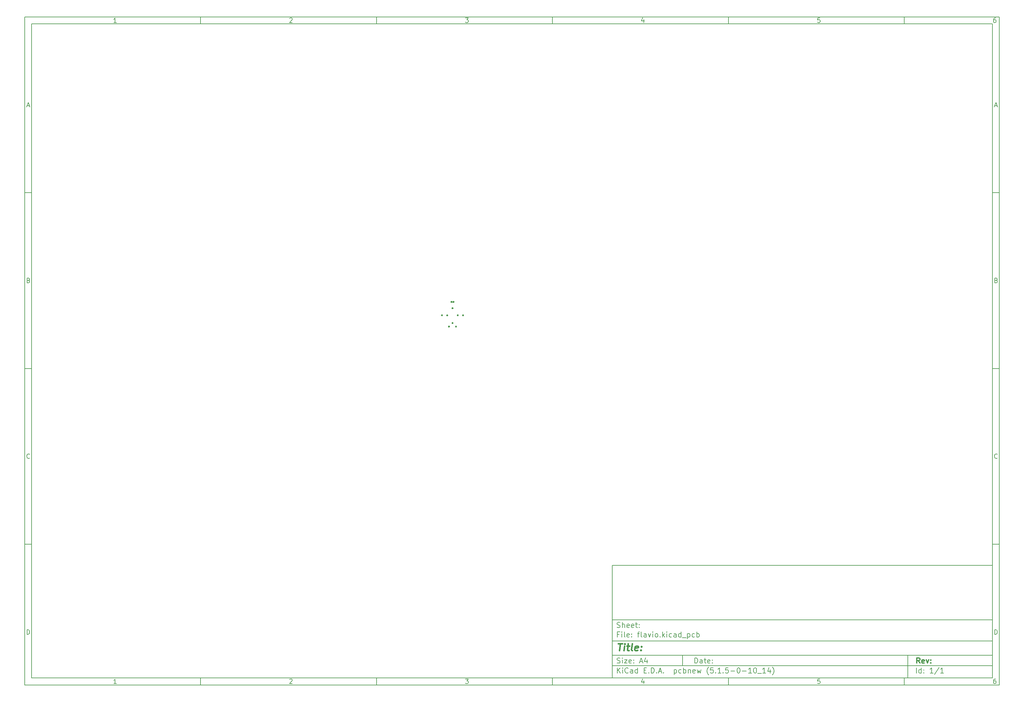
<source format=gbr>
G04 #@! TF.GenerationSoftware,KiCad,Pcbnew,(5.1.5-0-10_14)*
G04 #@! TF.CreationDate,2019-12-07T21:20:26-03:00*
G04 #@! TF.ProjectId,flavio,666c6176-696f-42e6-9b69-6361645f7063,rev?*
G04 #@! TF.SameCoordinates,Original*
G04 #@! TF.FileFunction,Soldermask,Bot*
G04 #@! TF.FilePolarity,Negative*
%FSLAX46Y46*%
G04 Gerber Fmt 4.6, Leading zero omitted, Abs format (unit mm)*
G04 Created by KiCad (PCBNEW (5.1.5-0-10_14)) date 2019-12-07 21:20:26*
%MOMM*%
%LPD*%
G04 APERTURE LIST*
%ADD10C,0.100000*%
%ADD11C,0.150000*%
%ADD12C,0.300000*%
%ADD13C,0.400000*%
G04 APERTURE END LIST*
D10*
D11*
X177002200Y-166007200D02*
X177002200Y-198007200D01*
X285002200Y-198007200D01*
X285002200Y-166007200D01*
X177002200Y-166007200D01*
D10*
D11*
X10000000Y-10000000D02*
X10000000Y-200007200D01*
X287002200Y-200007200D01*
X287002200Y-10000000D01*
X10000000Y-10000000D01*
D10*
D11*
X12000000Y-12000000D02*
X12000000Y-198007200D01*
X285002200Y-198007200D01*
X285002200Y-12000000D01*
X12000000Y-12000000D01*
D10*
D11*
X60000000Y-12000000D02*
X60000000Y-10000000D01*
D10*
D11*
X110000000Y-12000000D02*
X110000000Y-10000000D01*
D10*
D11*
X160000000Y-12000000D02*
X160000000Y-10000000D01*
D10*
D11*
X210000000Y-12000000D02*
X210000000Y-10000000D01*
D10*
D11*
X260000000Y-12000000D02*
X260000000Y-10000000D01*
D10*
D11*
X36065476Y-11588095D02*
X35322619Y-11588095D01*
X35694047Y-11588095D02*
X35694047Y-10288095D01*
X35570238Y-10473809D01*
X35446428Y-10597619D01*
X35322619Y-10659523D01*
D10*
D11*
X85322619Y-10411904D02*
X85384523Y-10350000D01*
X85508333Y-10288095D01*
X85817857Y-10288095D01*
X85941666Y-10350000D01*
X86003571Y-10411904D01*
X86065476Y-10535714D01*
X86065476Y-10659523D01*
X86003571Y-10845238D01*
X85260714Y-11588095D01*
X86065476Y-11588095D01*
D10*
D11*
X135260714Y-10288095D02*
X136065476Y-10288095D01*
X135632142Y-10783333D01*
X135817857Y-10783333D01*
X135941666Y-10845238D01*
X136003571Y-10907142D01*
X136065476Y-11030952D01*
X136065476Y-11340476D01*
X136003571Y-11464285D01*
X135941666Y-11526190D01*
X135817857Y-11588095D01*
X135446428Y-11588095D01*
X135322619Y-11526190D01*
X135260714Y-11464285D01*
D10*
D11*
X185941666Y-10721428D02*
X185941666Y-11588095D01*
X185632142Y-10226190D02*
X185322619Y-11154761D01*
X186127380Y-11154761D01*
D10*
D11*
X236003571Y-10288095D02*
X235384523Y-10288095D01*
X235322619Y-10907142D01*
X235384523Y-10845238D01*
X235508333Y-10783333D01*
X235817857Y-10783333D01*
X235941666Y-10845238D01*
X236003571Y-10907142D01*
X236065476Y-11030952D01*
X236065476Y-11340476D01*
X236003571Y-11464285D01*
X235941666Y-11526190D01*
X235817857Y-11588095D01*
X235508333Y-11588095D01*
X235384523Y-11526190D01*
X235322619Y-11464285D01*
D10*
D11*
X285941666Y-10288095D02*
X285694047Y-10288095D01*
X285570238Y-10350000D01*
X285508333Y-10411904D01*
X285384523Y-10597619D01*
X285322619Y-10845238D01*
X285322619Y-11340476D01*
X285384523Y-11464285D01*
X285446428Y-11526190D01*
X285570238Y-11588095D01*
X285817857Y-11588095D01*
X285941666Y-11526190D01*
X286003571Y-11464285D01*
X286065476Y-11340476D01*
X286065476Y-11030952D01*
X286003571Y-10907142D01*
X285941666Y-10845238D01*
X285817857Y-10783333D01*
X285570238Y-10783333D01*
X285446428Y-10845238D01*
X285384523Y-10907142D01*
X285322619Y-11030952D01*
D10*
D11*
X60000000Y-198007200D02*
X60000000Y-200007200D01*
D10*
D11*
X110000000Y-198007200D02*
X110000000Y-200007200D01*
D10*
D11*
X160000000Y-198007200D02*
X160000000Y-200007200D01*
D10*
D11*
X210000000Y-198007200D02*
X210000000Y-200007200D01*
D10*
D11*
X260000000Y-198007200D02*
X260000000Y-200007200D01*
D10*
D11*
X36065476Y-199595295D02*
X35322619Y-199595295D01*
X35694047Y-199595295D02*
X35694047Y-198295295D01*
X35570238Y-198481009D01*
X35446428Y-198604819D01*
X35322619Y-198666723D01*
D10*
D11*
X85322619Y-198419104D02*
X85384523Y-198357200D01*
X85508333Y-198295295D01*
X85817857Y-198295295D01*
X85941666Y-198357200D01*
X86003571Y-198419104D01*
X86065476Y-198542914D01*
X86065476Y-198666723D01*
X86003571Y-198852438D01*
X85260714Y-199595295D01*
X86065476Y-199595295D01*
D10*
D11*
X135260714Y-198295295D02*
X136065476Y-198295295D01*
X135632142Y-198790533D01*
X135817857Y-198790533D01*
X135941666Y-198852438D01*
X136003571Y-198914342D01*
X136065476Y-199038152D01*
X136065476Y-199347676D01*
X136003571Y-199471485D01*
X135941666Y-199533390D01*
X135817857Y-199595295D01*
X135446428Y-199595295D01*
X135322619Y-199533390D01*
X135260714Y-199471485D01*
D10*
D11*
X185941666Y-198728628D02*
X185941666Y-199595295D01*
X185632142Y-198233390D02*
X185322619Y-199161961D01*
X186127380Y-199161961D01*
D10*
D11*
X236003571Y-198295295D02*
X235384523Y-198295295D01*
X235322619Y-198914342D01*
X235384523Y-198852438D01*
X235508333Y-198790533D01*
X235817857Y-198790533D01*
X235941666Y-198852438D01*
X236003571Y-198914342D01*
X236065476Y-199038152D01*
X236065476Y-199347676D01*
X236003571Y-199471485D01*
X235941666Y-199533390D01*
X235817857Y-199595295D01*
X235508333Y-199595295D01*
X235384523Y-199533390D01*
X235322619Y-199471485D01*
D10*
D11*
X285941666Y-198295295D02*
X285694047Y-198295295D01*
X285570238Y-198357200D01*
X285508333Y-198419104D01*
X285384523Y-198604819D01*
X285322619Y-198852438D01*
X285322619Y-199347676D01*
X285384523Y-199471485D01*
X285446428Y-199533390D01*
X285570238Y-199595295D01*
X285817857Y-199595295D01*
X285941666Y-199533390D01*
X286003571Y-199471485D01*
X286065476Y-199347676D01*
X286065476Y-199038152D01*
X286003571Y-198914342D01*
X285941666Y-198852438D01*
X285817857Y-198790533D01*
X285570238Y-198790533D01*
X285446428Y-198852438D01*
X285384523Y-198914342D01*
X285322619Y-199038152D01*
D10*
D11*
X10000000Y-60000000D02*
X12000000Y-60000000D01*
D10*
D11*
X10000000Y-110000000D02*
X12000000Y-110000000D01*
D10*
D11*
X10000000Y-160000000D02*
X12000000Y-160000000D01*
D10*
D11*
X10690476Y-35216666D02*
X11309523Y-35216666D01*
X10566666Y-35588095D02*
X11000000Y-34288095D01*
X11433333Y-35588095D01*
D10*
D11*
X11092857Y-84907142D02*
X11278571Y-84969047D01*
X11340476Y-85030952D01*
X11402380Y-85154761D01*
X11402380Y-85340476D01*
X11340476Y-85464285D01*
X11278571Y-85526190D01*
X11154761Y-85588095D01*
X10659523Y-85588095D01*
X10659523Y-84288095D01*
X11092857Y-84288095D01*
X11216666Y-84350000D01*
X11278571Y-84411904D01*
X11340476Y-84535714D01*
X11340476Y-84659523D01*
X11278571Y-84783333D01*
X11216666Y-84845238D01*
X11092857Y-84907142D01*
X10659523Y-84907142D01*
D10*
D11*
X11402380Y-135464285D02*
X11340476Y-135526190D01*
X11154761Y-135588095D01*
X11030952Y-135588095D01*
X10845238Y-135526190D01*
X10721428Y-135402380D01*
X10659523Y-135278571D01*
X10597619Y-135030952D01*
X10597619Y-134845238D01*
X10659523Y-134597619D01*
X10721428Y-134473809D01*
X10845238Y-134350000D01*
X11030952Y-134288095D01*
X11154761Y-134288095D01*
X11340476Y-134350000D01*
X11402380Y-134411904D01*
D10*
D11*
X10659523Y-185588095D02*
X10659523Y-184288095D01*
X10969047Y-184288095D01*
X11154761Y-184350000D01*
X11278571Y-184473809D01*
X11340476Y-184597619D01*
X11402380Y-184845238D01*
X11402380Y-185030952D01*
X11340476Y-185278571D01*
X11278571Y-185402380D01*
X11154761Y-185526190D01*
X10969047Y-185588095D01*
X10659523Y-185588095D01*
D10*
D11*
X287002200Y-60000000D02*
X285002200Y-60000000D01*
D10*
D11*
X287002200Y-110000000D02*
X285002200Y-110000000D01*
D10*
D11*
X287002200Y-160000000D02*
X285002200Y-160000000D01*
D10*
D11*
X285692676Y-35216666D02*
X286311723Y-35216666D01*
X285568866Y-35588095D02*
X286002200Y-34288095D01*
X286435533Y-35588095D01*
D10*
D11*
X286095057Y-84907142D02*
X286280771Y-84969047D01*
X286342676Y-85030952D01*
X286404580Y-85154761D01*
X286404580Y-85340476D01*
X286342676Y-85464285D01*
X286280771Y-85526190D01*
X286156961Y-85588095D01*
X285661723Y-85588095D01*
X285661723Y-84288095D01*
X286095057Y-84288095D01*
X286218866Y-84350000D01*
X286280771Y-84411904D01*
X286342676Y-84535714D01*
X286342676Y-84659523D01*
X286280771Y-84783333D01*
X286218866Y-84845238D01*
X286095057Y-84907142D01*
X285661723Y-84907142D01*
D10*
D11*
X286404580Y-135464285D02*
X286342676Y-135526190D01*
X286156961Y-135588095D01*
X286033152Y-135588095D01*
X285847438Y-135526190D01*
X285723628Y-135402380D01*
X285661723Y-135278571D01*
X285599819Y-135030952D01*
X285599819Y-134845238D01*
X285661723Y-134597619D01*
X285723628Y-134473809D01*
X285847438Y-134350000D01*
X286033152Y-134288095D01*
X286156961Y-134288095D01*
X286342676Y-134350000D01*
X286404580Y-134411904D01*
D10*
D11*
X285661723Y-185588095D02*
X285661723Y-184288095D01*
X285971247Y-184288095D01*
X286156961Y-184350000D01*
X286280771Y-184473809D01*
X286342676Y-184597619D01*
X286404580Y-184845238D01*
X286404580Y-185030952D01*
X286342676Y-185278571D01*
X286280771Y-185402380D01*
X286156961Y-185526190D01*
X285971247Y-185588095D01*
X285661723Y-185588095D01*
D10*
D11*
X200434342Y-193785771D02*
X200434342Y-192285771D01*
X200791485Y-192285771D01*
X201005771Y-192357200D01*
X201148628Y-192500057D01*
X201220057Y-192642914D01*
X201291485Y-192928628D01*
X201291485Y-193142914D01*
X201220057Y-193428628D01*
X201148628Y-193571485D01*
X201005771Y-193714342D01*
X200791485Y-193785771D01*
X200434342Y-193785771D01*
X202577200Y-193785771D02*
X202577200Y-193000057D01*
X202505771Y-192857200D01*
X202362914Y-192785771D01*
X202077200Y-192785771D01*
X201934342Y-192857200D01*
X202577200Y-193714342D02*
X202434342Y-193785771D01*
X202077200Y-193785771D01*
X201934342Y-193714342D01*
X201862914Y-193571485D01*
X201862914Y-193428628D01*
X201934342Y-193285771D01*
X202077200Y-193214342D01*
X202434342Y-193214342D01*
X202577200Y-193142914D01*
X203077200Y-192785771D02*
X203648628Y-192785771D01*
X203291485Y-192285771D02*
X203291485Y-193571485D01*
X203362914Y-193714342D01*
X203505771Y-193785771D01*
X203648628Y-193785771D01*
X204720057Y-193714342D02*
X204577200Y-193785771D01*
X204291485Y-193785771D01*
X204148628Y-193714342D01*
X204077200Y-193571485D01*
X204077200Y-193000057D01*
X204148628Y-192857200D01*
X204291485Y-192785771D01*
X204577200Y-192785771D01*
X204720057Y-192857200D01*
X204791485Y-193000057D01*
X204791485Y-193142914D01*
X204077200Y-193285771D01*
X205434342Y-193642914D02*
X205505771Y-193714342D01*
X205434342Y-193785771D01*
X205362914Y-193714342D01*
X205434342Y-193642914D01*
X205434342Y-193785771D01*
X205434342Y-192857200D02*
X205505771Y-192928628D01*
X205434342Y-193000057D01*
X205362914Y-192928628D01*
X205434342Y-192857200D01*
X205434342Y-193000057D01*
D10*
D11*
X177002200Y-194507200D02*
X285002200Y-194507200D01*
D10*
D11*
X178434342Y-196585771D02*
X178434342Y-195085771D01*
X179291485Y-196585771D02*
X178648628Y-195728628D01*
X179291485Y-195085771D02*
X178434342Y-195942914D01*
X179934342Y-196585771D02*
X179934342Y-195585771D01*
X179934342Y-195085771D02*
X179862914Y-195157200D01*
X179934342Y-195228628D01*
X180005771Y-195157200D01*
X179934342Y-195085771D01*
X179934342Y-195228628D01*
X181505771Y-196442914D02*
X181434342Y-196514342D01*
X181220057Y-196585771D01*
X181077200Y-196585771D01*
X180862914Y-196514342D01*
X180720057Y-196371485D01*
X180648628Y-196228628D01*
X180577200Y-195942914D01*
X180577200Y-195728628D01*
X180648628Y-195442914D01*
X180720057Y-195300057D01*
X180862914Y-195157200D01*
X181077200Y-195085771D01*
X181220057Y-195085771D01*
X181434342Y-195157200D01*
X181505771Y-195228628D01*
X182791485Y-196585771D02*
X182791485Y-195800057D01*
X182720057Y-195657200D01*
X182577200Y-195585771D01*
X182291485Y-195585771D01*
X182148628Y-195657200D01*
X182791485Y-196514342D02*
X182648628Y-196585771D01*
X182291485Y-196585771D01*
X182148628Y-196514342D01*
X182077200Y-196371485D01*
X182077200Y-196228628D01*
X182148628Y-196085771D01*
X182291485Y-196014342D01*
X182648628Y-196014342D01*
X182791485Y-195942914D01*
X184148628Y-196585771D02*
X184148628Y-195085771D01*
X184148628Y-196514342D02*
X184005771Y-196585771D01*
X183720057Y-196585771D01*
X183577200Y-196514342D01*
X183505771Y-196442914D01*
X183434342Y-196300057D01*
X183434342Y-195871485D01*
X183505771Y-195728628D01*
X183577200Y-195657200D01*
X183720057Y-195585771D01*
X184005771Y-195585771D01*
X184148628Y-195657200D01*
X186005771Y-195800057D02*
X186505771Y-195800057D01*
X186720057Y-196585771D02*
X186005771Y-196585771D01*
X186005771Y-195085771D01*
X186720057Y-195085771D01*
X187362914Y-196442914D02*
X187434342Y-196514342D01*
X187362914Y-196585771D01*
X187291485Y-196514342D01*
X187362914Y-196442914D01*
X187362914Y-196585771D01*
X188077200Y-196585771D02*
X188077200Y-195085771D01*
X188434342Y-195085771D01*
X188648628Y-195157200D01*
X188791485Y-195300057D01*
X188862914Y-195442914D01*
X188934342Y-195728628D01*
X188934342Y-195942914D01*
X188862914Y-196228628D01*
X188791485Y-196371485D01*
X188648628Y-196514342D01*
X188434342Y-196585771D01*
X188077200Y-196585771D01*
X189577200Y-196442914D02*
X189648628Y-196514342D01*
X189577200Y-196585771D01*
X189505771Y-196514342D01*
X189577200Y-196442914D01*
X189577200Y-196585771D01*
X190220057Y-196157200D02*
X190934342Y-196157200D01*
X190077200Y-196585771D02*
X190577200Y-195085771D01*
X191077200Y-196585771D01*
X191577200Y-196442914D02*
X191648628Y-196514342D01*
X191577200Y-196585771D01*
X191505771Y-196514342D01*
X191577200Y-196442914D01*
X191577200Y-196585771D01*
X194577200Y-195585771D02*
X194577200Y-197085771D01*
X194577200Y-195657200D02*
X194720057Y-195585771D01*
X195005771Y-195585771D01*
X195148628Y-195657200D01*
X195220057Y-195728628D01*
X195291485Y-195871485D01*
X195291485Y-196300057D01*
X195220057Y-196442914D01*
X195148628Y-196514342D01*
X195005771Y-196585771D01*
X194720057Y-196585771D01*
X194577200Y-196514342D01*
X196577200Y-196514342D02*
X196434342Y-196585771D01*
X196148628Y-196585771D01*
X196005771Y-196514342D01*
X195934342Y-196442914D01*
X195862914Y-196300057D01*
X195862914Y-195871485D01*
X195934342Y-195728628D01*
X196005771Y-195657200D01*
X196148628Y-195585771D01*
X196434342Y-195585771D01*
X196577200Y-195657200D01*
X197220057Y-196585771D02*
X197220057Y-195085771D01*
X197220057Y-195657200D02*
X197362914Y-195585771D01*
X197648628Y-195585771D01*
X197791485Y-195657200D01*
X197862914Y-195728628D01*
X197934342Y-195871485D01*
X197934342Y-196300057D01*
X197862914Y-196442914D01*
X197791485Y-196514342D01*
X197648628Y-196585771D01*
X197362914Y-196585771D01*
X197220057Y-196514342D01*
X198577200Y-195585771D02*
X198577200Y-196585771D01*
X198577200Y-195728628D02*
X198648628Y-195657200D01*
X198791485Y-195585771D01*
X199005771Y-195585771D01*
X199148628Y-195657200D01*
X199220057Y-195800057D01*
X199220057Y-196585771D01*
X200505771Y-196514342D02*
X200362914Y-196585771D01*
X200077200Y-196585771D01*
X199934342Y-196514342D01*
X199862914Y-196371485D01*
X199862914Y-195800057D01*
X199934342Y-195657200D01*
X200077200Y-195585771D01*
X200362914Y-195585771D01*
X200505771Y-195657200D01*
X200577200Y-195800057D01*
X200577200Y-195942914D01*
X199862914Y-196085771D01*
X201077200Y-195585771D02*
X201362914Y-196585771D01*
X201648628Y-195871485D01*
X201934342Y-196585771D01*
X202220057Y-195585771D01*
X204362914Y-197157200D02*
X204291485Y-197085771D01*
X204148628Y-196871485D01*
X204077200Y-196728628D01*
X204005771Y-196514342D01*
X203934342Y-196157200D01*
X203934342Y-195871485D01*
X204005771Y-195514342D01*
X204077200Y-195300057D01*
X204148628Y-195157200D01*
X204291485Y-194942914D01*
X204362914Y-194871485D01*
X205648628Y-195085771D02*
X204934342Y-195085771D01*
X204862914Y-195800057D01*
X204934342Y-195728628D01*
X205077200Y-195657200D01*
X205434342Y-195657200D01*
X205577200Y-195728628D01*
X205648628Y-195800057D01*
X205720057Y-195942914D01*
X205720057Y-196300057D01*
X205648628Y-196442914D01*
X205577200Y-196514342D01*
X205434342Y-196585771D01*
X205077200Y-196585771D01*
X204934342Y-196514342D01*
X204862914Y-196442914D01*
X206362914Y-196442914D02*
X206434342Y-196514342D01*
X206362914Y-196585771D01*
X206291485Y-196514342D01*
X206362914Y-196442914D01*
X206362914Y-196585771D01*
X207862914Y-196585771D02*
X207005771Y-196585771D01*
X207434342Y-196585771D02*
X207434342Y-195085771D01*
X207291485Y-195300057D01*
X207148628Y-195442914D01*
X207005771Y-195514342D01*
X208505771Y-196442914D02*
X208577200Y-196514342D01*
X208505771Y-196585771D01*
X208434342Y-196514342D01*
X208505771Y-196442914D01*
X208505771Y-196585771D01*
X209934342Y-195085771D02*
X209220057Y-195085771D01*
X209148628Y-195800057D01*
X209220057Y-195728628D01*
X209362914Y-195657200D01*
X209720057Y-195657200D01*
X209862914Y-195728628D01*
X209934342Y-195800057D01*
X210005771Y-195942914D01*
X210005771Y-196300057D01*
X209934342Y-196442914D01*
X209862914Y-196514342D01*
X209720057Y-196585771D01*
X209362914Y-196585771D01*
X209220057Y-196514342D01*
X209148628Y-196442914D01*
X210648628Y-196014342D02*
X211791485Y-196014342D01*
X212791485Y-195085771D02*
X212934342Y-195085771D01*
X213077200Y-195157200D01*
X213148628Y-195228628D01*
X213220057Y-195371485D01*
X213291485Y-195657200D01*
X213291485Y-196014342D01*
X213220057Y-196300057D01*
X213148628Y-196442914D01*
X213077200Y-196514342D01*
X212934342Y-196585771D01*
X212791485Y-196585771D01*
X212648628Y-196514342D01*
X212577200Y-196442914D01*
X212505771Y-196300057D01*
X212434342Y-196014342D01*
X212434342Y-195657200D01*
X212505771Y-195371485D01*
X212577200Y-195228628D01*
X212648628Y-195157200D01*
X212791485Y-195085771D01*
X213934342Y-196014342D02*
X215077200Y-196014342D01*
X216577200Y-196585771D02*
X215720057Y-196585771D01*
X216148628Y-196585771D02*
X216148628Y-195085771D01*
X216005771Y-195300057D01*
X215862914Y-195442914D01*
X215720057Y-195514342D01*
X217505771Y-195085771D02*
X217648628Y-195085771D01*
X217791485Y-195157200D01*
X217862914Y-195228628D01*
X217934342Y-195371485D01*
X218005771Y-195657200D01*
X218005771Y-196014342D01*
X217934342Y-196300057D01*
X217862914Y-196442914D01*
X217791485Y-196514342D01*
X217648628Y-196585771D01*
X217505771Y-196585771D01*
X217362914Y-196514342D01*
X217291485Y-196442914D01*
X217220057Y-196300057D01*
X217148628Y-196014342D01*
X217148628Y-195657200D01*
X217220057Y-195371485D01*
X217291485Y-195228628D01*
X217362914Y-195157200D01*
X217505771Y-195085771D01*
X218291485Y-196728628D02*
X219434342Y-196728628D01*
X220577200Y-196585771D02*
X219720057Y-196585771D01*
X220148628Y-196585771D02*
X220148628Y-195085771D01*
X220005771Y-195300057D01*
X219862914Y-195442914D01*
X219720057Y-195514342D01*
X221862914Y-195585771D02*
X221862914Y-196585771D01*
X221505771Y-195014342D02*
X221148628Y-196085771D01*
X222077200Y-196085771D01*
X222505771Y-197157200D02*
X222577200Y-197085771D01*
X222720057Y-196871485D01*
X222791485Y-196728628D01*
X222862914Y-196514342D01*
X222934342Y-196157200D01*
X222934342Y-195871485D01*
X222862914Y-195514342D01*
X222791485Y-195300057D01*
X222720057Y-195157200D01*
X222577200Y-194942914D01*
X222505771Y-194871485D01*
D10*
D11*
X177002200Y-191507200D02*
X285002200Y-191507200D01*
D10*
D12*
X264411485Y-193785771D02*
X263911485Y-193071485D01*
X263554342Y-193785771D02*
X263554342Y-192285771D01*
X264125771Y-192285771D01*
X264268628Y-192357200D01*
X264340057Y-192428628D01*
X264411485Y-192571485D01*
X264411485Y-192785771D01*
X264340057Y-192928628D01*
X264268628Y-193000057D01*
X264125771Y-193071485D01*
X263554342Y-193071485D01*
X265625771Y-193714342D02*
X265482914Y-193785771D01*
X265197200Y-193785771D01*
X265054342Y-193714342D01*
X264982914Y-193571485D01*
X264982914Y-193000057D01*
X265054342Y-192857200D01*
X265197200Y-192785771D01*
X265482914Y-192785771D01*
X265625771Y-192857200D01*
X265697200Y-193000057D01*
X265697200Y-193142914D01*
X264982914Y-193285771D01*
X266197200Y-192785771D02*
X266554342Y-193785771D01*
X266911485Y-192785771D01*
X267482914Y-193642914D02*
X267554342Y-193714342D01*
X267482914Y-193785771D01*
X267411485Y-193714342D01*
X267482914Y-193642914D01*
X267482914Y-193785771D01*
X267482914Y-192857200D02*
X267554342Y-192928628D01*
X267482914Y-193000057D01*
X267411485Y-192928628D01*
X267482914Y-192857200D01*
X267482914Y-193000057D01*
D10*
D11*
X178362914Y-193714342D02*
X178577200Y-193785771D01*
X178934342Y-193785771D01*
X179077200Y-193714342D01*
X179148628Y-193642914D01*
X179220057Y-193500057D01*
X179220057Y-193357200D01*
X179148628Y-193214342D01*
X179077200Y-193142914D01*
X178934342Y-193071485D01*
X178648628Y-193000057D01*
X178505771Y-192928628D01*
X178434342Y-192857200D01*
X178362914Y-192714342D01*
X178362914Y-192571485D01*
X178434342Y-192428628D01*
X178505771Y-192357200D01*
X178648628Y-192285771D01*
X179005771Y-192285771D01*
X179220057Y-192357200D01*
X179862914Y-193785771D02*
X179862914Y-192785771D01*
X179862914Y-192285771D02*
X179791485Y-192357200D01*
X179862914Y-192428628D01*
X179934342Y-192357200D01*
X179862914Y-192285771D01*
X179862914Y-192428628D01*
X180434342Y-192785771D02*
X181220057Y-192785771D01*
X180434342Y-193785771D01*
X181220057Y-193785771D01*
X182362914Y-193714342D02*
X182220057Y-193785771D01*
X181934342Y-193785771D01*
X181791485Y-193714342D01*
X181720057Y-193571485D01*
X181720057Y-193000057D01*
X181791485Y-192857200D01*
X181934342Y-192785771D01*
X182220057Y-192785771D01*
X182362914Y-192857200D01*
X182434342Y-193000057D01*
X182434342Y-193142914D01*
X181720057Y-193285771D01*
X183077200Y-193642914D02*
X183148628Y-193714342D01*
X183077200Y-193785771D01*
X183005771Y-193714342D01*
X183077200Y-193642914D01*
X183077200Y-193785771D01*
X183077200Y-192857200D02*
X183148628Y-192928628D01*
X183077200Y-193000057D01*
X183005771Y-192928628D01*
X183077200Y-192857200D01*
X183077200Y-193000057D01*
X184862914Y-193357200D02*
X185577200Y-193357200D01*
X184720057Y-193785771D02*
X185220057Y-192285771D01*
X185720057Y-193785771D01*
X186862914Y-192785771D02*
X186862914Y-193785771D01*
X186505771Y-192214342D02*
X186148628Y-193285771D01*
X187077200Y-193285771D01*
D10*
D11*
X263434342Y-196585771D02*
X263434342Y-195085771D01*
X264791485Y-196585771D02*
X264791485Y-195085771D01*
X264791485Y-196514342D02*
X264648628Y-196585771D01*
X264362914Y-196585771D01*
X264220057Y-196514342D01*
X264148628Y-196442914D01*
X264077200Y-196300057D01*
X264077200Y-195871485D01*
X264148628Y-195728628D01*
X264220057Y-195657200D01*
X264362914Y-195585771D01*
X264648628Y-195585771D01*
X264791485Y-195657200D01*
X265505771Y-196442914D02*
X265577200Y-196514342D01*
X265505771Y-196585771D01*
X265434342Y-196514342D01*
X265505771Y-196442914D01*
X265505771Y-196585771D01*
X265505771Y-195657200D02*
X265577200Y-195728628D01*
X265505771Y-195800057D01*
X265434342Y-195728628D01*
X265505771Y-195657200D01*
X265505771Y-195800057D01*
X268148628Y-196585771D02*
X267291485Y-196585771D01*
X267720057Y-196585771D02*
X267720057Y-195085771D01*
X267577200Y-195300057D01*
X267434342Y-195442914D01*
X267291485Y-195514342D01*
X269862914Y-195014342D02*
X268577200Y-196942914D01*
X271148628Y-196585771D02*
X270291485Y-196585771D01*
X270720057Y-196585771D02*
X270720057Y-195085771D01*
X270577200Y-195300057D01*
X270434342Y-195442914D01*
X270291485Y-195514342D01*
D10*
D11*
X177002200Y-187507200D02*
X285002200Y-187507200D01*
D10*
D13*
X178714580Y-188211961D02*
X179857438Y-188211961D01*
X179036009Y-190211961D02*
X179286009Y-188211961D01*
X180274104Y-190211961D02*
X180440771Y-188878628D01*
X180524104Y-188211961D02*
X180416961Y-188307200D01*
X180500295Y-188402438D01*
X180607438Y-188307200D01*
X180524104Y-188211961D01*
X180500295Y-188402438D01*
X181107438Y-188878628D02*
X181869342Y-188878628D01*
X181476485Y-188211961D02*
X181262200Y-189926247D01*
X181333628Y-190116723D01*
X181512200Y-190211961D01*
X181702676Y-190211961D01*
X182655057Y-190211961D02*
X182476485Y-190116723D01*
X182405057Y-189926247D01*
X182619342Y-188211961D01*
X184190771Y-190116723D02*
X183988390Y-190211961D01*
X183607438Y-190211961D01*
X183428866Y-190116723D01*
X183357438Y-189926247D01*
X183452676Y-189164342D01*
X183571723Y-188973866D01*
X183774104Y-188878628D01*
X184155057Y-188878628D01*
X184333628Y-188973866D01*
X184405057Y-189164342D01*
X184381247Y-189354819D01*
X183405057Y-189545295D01*
X185155057Y-190021485D02*
X185238390Y-190116723D01*
X185131247Y-190211961D01*
X185047914Y-190116723D01*
X185155057Y-190021485D01*
X185131247Y-190211961D01*
X185286009Y-188973866D02*
X185369342Y-189069104D01*
X185262200Y-189164342D01*
X185178866Y-189069104D01*
X185286009Y-188973866D01*
X185262200Y-189164342D01*
D10*
D11*
X178934342Y-185600057D02*
X178434342Y-185600057D01*
X178434342Y-186385771D02*
X178434342Y-184885771D01*
X179148628Y-184885771D01*
X179720057Y-186385771D02*
X179720057Y-185385771D01*
X179720057Y-184885771D02*
X179648628Y-184957200D01*
X179720057Y-185028628D01*
X179791485Y-184957200D01*
X179720057Y-184885771D01*
X179720057Y-185028628D01*
X180648628Y-186385771D02*
X180505771Y-186314342D01*
X180434342Y-186171485D01*
X180434342Y-184885771D01*
X181791485Y-186314342D02*
X181648628Y-186385771D01*
X181362914Y-186385771D01*
X181220057Y-186314342D01*
X181148628Y-186171485D01*
X181148628Y-185600057D01*
X181220057Y-185457200D01*
X181362914Y-185385771D01*
X181648628Y-185385771D01*
X181791485Y-185457200D01*
X181862914Y-185600057D01*
X181862914Y-185742914D01*
X181148628Y-185885771D01*
X182505771Y-186242914D02*
X182577200Y-186314342D01*
X182505771Y-186385771D01*
X182434342Y-186314342D01*
X182505771Y-186242914D01*
X182505771Y-186385771D01*
X182505771Y-185457200D02*
X182577200Y-185528628D01*
X182505771Y-185600057D01*
X182434342Y-185528628D01*
X182505771Y-185457200D01*
X182505771Y-185600057D01*
X184148628Y-185385771D02*
X184720057Y-185385771D01*
X184362914Y-186385771D02*
X184362914Y-185100057D01*
X184434342Y-184957200D01*
X184577200Y-184885771D01*
X184720057Y-184885771D01*
X185434342Y-186385771D02*
X185291485Y-186314342D01*
X185220057Y-186171485D01*
X185220057Y-184885771D01*
X186648628Y-186385771D02*
X186648628Y-185600057D01*
X186577200Y-185457200D01*
X186434342Y-185385771D01*
X186148628Y-185385771D01*
X186005771Y-185457200D01*
X186648628Y-186314342D02*
X186505771Y-186385771D01*
X186148628Y-186385771D01*
X186005771Y-186314342D01*
X185934342Y-186171485D01*
X185934342Y-186028628D01*
X186005771Y-185885771D01*
X186148628Y-185814342D01*
X186505771Y-185814342D01*
X186648628Y-185742914D01*
X187220057Y-185385771D02*
X187577200Y-186385771D01*
X187934342Y-185385771D01*
X188505771Y-186385771D02*
X188505771Y-185385771D01*
X188505771Y-184885771D02*
X188434342Y-184957200D01*
X188505771Y-185028628D01*
X188577200Y-184957200D01*
X188505771Y-184885771D01*
X188505771Y-185028628D01*
X189434342Y-186385771D02*
X189291485Y-186314342D01*
X189220057Y-186242914D01*
X189148628Y-186100057D01*
X189148628Y-185671485D01*
X189220057Y-185528628D01*
X189291485Y-185457200D01*
X189434342Y-185385771D01*
X189648628Y-185385771D01*
X189791485Y-185457200D01*
X189862914Y-185528628D01*
X189934342Y-185671485D01*
X189934342Y-186100057D01*
X189862914Y-186242914D01*
X189791485Y-186314342D01*
X189648628Y-186385771D01*
X189434342Y-186385771D01*
X190577200Y-186242914D02*
X190648628Y-186314342D01*
X190577200Y-186385771D01*
X190505771Y-186314342D01*
X190577200Y-186242914D01*
X190577200Y-186385771D01*
X191291485Y-186385771D02*
X191291485Y-184885771D01*
X191434342Y-185814342D02*
X191862914Y-186385771D01*
X191862914Y-185385771D02*
X191291485Y-185957200D01*
X192505771Y-186385771D02*
X192505771Y-185385771D01*
X192505771Y-184885771D02*
X192434342Y-184957200D01*
X192505771Y-185028628D01*
X192577200Y-184957200D01*
X192505771Y-184885771D01*
X192505771Y-185028628D01*
X193862914Y-186314342D02*
X193720057Y-186385771D01*
X193434342Y-186385771D01*
X193291485Y-186314342D01*
X193220057Y-186242914D01*
X193148628Y-186100057D01*
X193148628Y-185671485D01*
X193220057Y-185528628D01*
X193291485Y-185457200D01*
X193434342Y-185385771D01*
X193720057Y-185385771D01*
X193862914Y-185457200D01*
X195148628Y-186385771D02*
X195148628Y-185600057D01*
X195077200Y-185457200D01*
X194934342Y-185385771D01*
X194648628Y-185385771D01*
X194505771Y-185457200D01*
X195148628Y-186314342D02*
X195005771Y-186385771D01*
X194648628Y-186385771D01*
X194505771Y-186314342D01*
X194434342Y-186171485D01*
X194434342Y-186028628D01*
X194505771Y-185885771D01*
X194648628Y-185814342D01*
X195005771Y-185814342D01*
X195148628Y-185742914D01*
X196505771Y-186385771D02*
X196505771Y-184885771D01*
X196505771Y-186314342D02*
X196362914Y-186385771D01*
X196077200Y-186385771D01*
X195934342Y-186314342D01*
X195862914Y-186242914D01*
X195791485Y-186100057D01*
X195791485Y-185671485D01*
X195862914Y-185528628D01*
X195934342Y-185457200D01*
X196077200Y-185385771D01*
X196362914Y-185385771D01*
X196505771Y-185457200D01*
X196862914Y-186528628D02*
X198005771Y-186528628D01*
X198362914Y-185385771D02*
X198362914Y-186885771D01*
X198362914Y-185457200D02*
X198505771Y-185385771D01*
X198791485Y-185385771D01*
X198934342Y-185457200D01*
X199005771Y-185528628D01*
X199077200Y-185671485D01*
X199077200Y-186100057D01*
X199005771Y-186242914D01*
X198934342Y-186314342D01*
X198791485Y-186385771D01*
X198505771Y-186385771D01*
X198362914Y-186314342D01*
X200362914Y-186314342D02*
X200220057Y-186385771D01*
X199934342Y-186385771D01*
X199791485Y-186314342D01*
X199720057Y-186242914D01*
X199648628Y-186100057D01*
X199648628Y-185671485D01*
X199720057Y-185528628D01*
X199791485Y-185457200D01*
X199934342Y-185385771D01*
X200220057Y-185385771D01*
X200362914Y-185457200D01*
X201005771Y-186385771D02*
X201005771Y-184885771D01*
X201005771Y-185457200D02*
X201148628Y-185385771D01*
X201434342Y-185385771D01*
X201577200Y-185457200D01*
X201648628Y-185528628D01*
X201720057Y-185671485D01*
X201720057Y-186100057D01*
X201648628Y-186242914D01*
X201577200Y-186314342D01*
X201434342Y-186385771D01*
X201148628Y-186385771D01*
X201005771Y-186314342D01*
D10*
D11*
X177002200Y-181507200D02*
X285002200Y-181507200D01*
D10*
D11*
X178362914Y-183614342D02*
X178577200Y-183685771D01*
X178934342Y-183685771D01*
X179077200Y-183614342D01*
X179148628Y-183542914D01*
X179220057Y-183400057D01*
X179220057Y-183257200D01*
X179148628Y-183114342D01*
X179077200Y-183042914D01*
X178934342Y-182971485D01*
X178648628Y-182900057D01*
X178505771Y-182828628D01*
X178434342Y-182757200D01*
X178362914Y-182614342D01*
X178362914Y-182471485D01*
X178434342Y-182328628D01*
X178505771Y-182257200D01*
X178648628Y-182185771D01*
X179005771Y-182185771D01*
X179220057Y-182257200D01*
X179862914Y-183685771D02*
X179862914Y-182185771D01*
X180505771Y-183685771D02*
X180505771Y-182900057D01*
X180434342Y-182757200D01*
X180291485Y-182685771D01*
X180077200Y-182685771D01*
X179934342Y-182757200D01*
X179862914Y-182828628D01*
X181791485Y-183614342D02*
X181648628Y-183685771D01*
X181362914Y-183685771D01*
X181220057Y-183614342D01*
X181148628Y-183471485D01*
X181148628Y-182900057D01*
X181220057Y-182757200D01*
X181362914Y-182685771D01*
X181648628Y-182685771D01*
X181791485Y-182757200D01*
X181862914Y-182900057D01*
X181862914Y-183042914D01*
X181148628Y-183185771D01*
X183077200Y-183614342D02*
X182934342Y-183685771D01*
X182648628Y-183685771D01*
X182505771Y-183614342D01*
X182434342Y-183471485D01*
X182434342Y-182900057D01*
X182505771Y-182757200D01*
X182648628Y-182685771D01*
X182934342Y-182685771D01*
X183077200Y-182757200D01*
X183148628Y-182900057D01*
X183148628Y-183042914D01*
X182434342Y-183185771D01*
X183577200Y-182685771D02*
X184148628Y-182685771D01*
X183791485Y-182185771D02*
X183791485Y-183471485D01*
X183862914Y-183614342D01*
X184005771Y-183685771D01*
X184148628Y-183685771D01*
X184648628Y-183542914D02*
X184720057Y-183614342D01*
X184648628Y-183685771D01*
X184577200Y-183614342D01*
X184648628Y-183542914D01*
X184648628Y-183685771D01*
X184648628Y-182757200D02*
X184720057Y-182828628D01*
X184648628Y-182900057D01*
X184577200Y-182828628D01*
X184648628Y-182757200D01*
X184648628Y-182900057D01*
D10*
D11*
X197002200Y-191507200D02*
X197002200Y-194507200D01*
D10*
D11*
X261002200Y-191507200D02*
X261002200Y-198007200D01*
D10*
G36*
X132653214Y-97808646D02*
G01*
X132653217Y-97808647D01*
X132653216Y-97808647D01*
X132698894Y-97827567D01*
X132739998Y-97855032D01*
X132740000Y-97855034D01*
X132740003Y-97855036D01*
X132774964Y-97889997D01*
X132774966Y-97890000D01*
X132774968Y-97890002D01*
X132802433Y-97931106D01*
X132802433Y-97931107D01*
X132821354Y-97976786D01*
X132831000Y-98025279D01*
X132831000Y-98074721D01*
X132821354Y-98123214D01*
X132821353Y-98123216D01*
X132802433Y-98168894D01*
X132774968Y-98209998D01*
X132774966Y-98210000D01*
X132774964Y-98210003D01*
X132740003Y-98244964D01*
X132740000Y-98244966D01*
X132739998Y-98244968D01*
X132698894Y-98272433D01*
X132666594Y-98285812D01*
X132653214Y-98291354D01*
X132604721Y-98301000D01*
X132555279Y-98301000D01*
X132506786Y-98291354D01*
X132493406Y-98285812D01*
X132461106Y-98272433D01*
X132420002Y-98244968D01*
X132420000Y-98244966D01*
X132419997Y-98244964D01*
X132385036Y-98210003D01*
X132385034Y-98210000D01*
X132385032Y-98209998D01*
X132357567Y-98168894D01*
X132338647Y-98123216D01*
X132338646Y-98123214D01*
X132329000Y-98074721D01*
X132329000Y-98025279D01*
X132338646Y-97976786D01*
X132357567Y-97931107D01*
X132357567Y-97931106D01*
X132385032Y-97890002D01*
X132385034Y-97890000D01*
X132385036Y-97889997D01*
X132419997Y-97855036D01*
X132420000Y-97855034D01*
X132420002Y-97855032D01*
X132461106Y-97827567D01*
X132506784Y-97808647D01*
X132506783Y-97808647D01*
X132506786Y-97808646D01*
X132555279Y-97799000D01*
X132604721Y-97799000D01*
X132653214Y-97808646D01*
G37*
G36*
X130653214Y-97808646D02*
G01*
X130653217Y-97808647D01*
X130653216Y-97808647D01*
X130698894Y-97827567D01*
X130739998Y-97855032D01*
X130740000Y-97855034D01*
X130740003Y-97855036D01*
X130774964Y-97889997D01*
X130774966Y-97890000D01*
X130774968Y-97890002D01*
X130802433Y-97931106D01*
X130802433Y-97931107D01*
X130821354Y-97976786D01*
X130831000Y-98025279D01*
X130831000Y-98074721D01*
X130821354Y-98123214D01*
X130821353Y-98123216D01*
X130802433Y-98168894D01*
X130774968Y-98209998D01*
X130774966Y-98210000D01*
X130774964Y-98210003D01*
X130740003Y-98244964D01*
X130740000Y-98244966D01*
X130739998Y-98244968D01*
X130698894Y-98272433D01*
X130666594Y-98285812D01*
X130653214Y-98291354D01*
X130604721Y-98301000D01*
X130555279Y-98301000D01*
X130506786Y-98291354D01*
X130493406Y-98285812D01*
X130461106Y-98272433D01*
X130420002Y-98244968D01*
X130420000Y-98244966D01*
X130419997Y-98244964D01*
X130385036Y-98210003D01*
X130385034Y-98210000D01*
X130385032Y-98209998D01*
X130357567Y-98168894D01*
X130338647Y-98123216D01*
X130338646Y-98123214D01*
X130329000Y-98074721D01*
X130329000Y-98025279D01*
X130338646Y-97976786D01*
X130357567Y-97931107D01*
X130357567Y-97931106D01*
X130385032Y-97890002D01*
X130385034Y-97890000D01*
X130385036Y-97889997D01*
X130419997Y-97855036D01*
X130420000Y-97855034D01*
X130420002Y-97855032D01*
X130461106Y-97827567D01*
X130506784Y-97808647D01*
X130506783Y-97808647D01*
X130506786Y-97808646D01*
X130555279Y-97799000D01*
X130604721Y-97799000D01*
X130653214Y-97808646D01*
G37*
G36*
X131663214Y-96818646D02*
G01*
X131663217Y-96818647D01*
X131663216Y-96818647D01*
X131708894Y-96837567D01*
X131749998Y-96865032D01*
X131750000Y-96865034D01*
X131750003Y-96865036D01*
X131784964Y-96899997D01*
X131784966Y-96900000D01*
X131784968Y-96900002D01*
X131812433Y-96941106D01*
X131812433Y-96941107D01*
X131831354Y-96986786D01*
X131841000Y-97035279D01*
X131841000Y-97084721D01*
X131831354Y-97133214D01*
X131831353Y-97133216D01*
X131812433Y-97178894D01*
X131784968Y-97219998D01*
X131784966Y-97220000D01*
X131784964Y-97220003D01*
X131750003Y-97254964D01*
X131750000Y-97254966D01*
X131749998Y-97254968D01*
X131708894Y-97282433D01*
X131676594Y-97295812D01*
X131663214Y-97301354D01*
X131614721Y-97311000D01*
X131565279Y-97311000D01*
X131516786Y-97301354D01*
X131503406Y-97295812D01*
X131471106Y-97282433D01*
X131430002Y-97254968D01*
X131430000Y-97254966D01*
X131429997Y-97254964D01*
X131395036Y-97220003D01*
X131395034Y-97220000D01*
X131395032Y-97219998D01*
X131367567Y-97178894D01*
X131348647Y-97133216D01*
X131348646Y-97133214D01*
X131339000Y-97084721D01*
X131339000Y-97035279D01*
X131348646Y-96986786D01*
X131367567Y-96941107D01*
X131367567Y-96941106D01*
X131395032Y-96900002D01*
X131395034Y-96900000D01*
X131395036Y-96899997D01*
X131429997Y-96865036D01*
X131430000Y-96865034D01*
X131430002Y-96865032D01*
X131471106Y-96837567D01*
X131516784Y-96818647D01*
X131516783Y-96818647D01*
X131516786Y-96818646D01*
X131565279Y-96809000D01*
X131614721Y-96809000D01*
X131663214Y-96818646D01*
G37*
G36*
X134653214Y-94608646D02*
G01*
X134653217Y-94608647D01*
X134653216Y-94608647D01*
X134698894Y-94627567D01*
X134739998Y-94655032D01*
X134740000Y-94655034D01*
X134740003Y-94655036D01*
X134774964Y-94689997D01*
X134774966Y-94690000D01*
X134774968Y-94690002D01*
X134802433Y-94731106D01*
X134802433Y-94731107D01*
X134821354Y-94776786D01*
X134831000Y-94825279D01*
X134831000Y-94874721D01*
X134821354Y-94923214D01*
X134821353Y-94923216D01*
X134802433Y-94968894D01*
X134774968Y-95009998D01*
X134774966Y-95010000D01*
X134774964Y-95010003D01*
X134740003Y-95044964D01*
X134740000Y-95044966D01*
X134739998Y-95044968D01*
X134698894Y-95072433D01*
X134666594Y-95085812D01*
X134653214Y-95091354D01*
X134604721Y-95101000D01*
X134555279Y-95101000D01*
X134506786Y-95091354D01*
X134493406Y-95085812D01*
X134461106Y-95072433D01*
X134420002Y-95044968D01*
X134420000Y-95044966D01*
X134419997Y-95044964D01*
X134385036Y-95010003D01*
X134385034Y-95010000D01*
X134385032Y-95009998D01*
X134357567Y-94968894D01*
X134338647Y-94923216D01*
X134338646Y-94923214D01*
X134329000Y-94874721D01*
X134329000Y-94825279D01*
X134338646Y-94776786D01*
X134357567Y-94731107D01*
X134357567Y-94731106D01*
X134385032Y-94690002D01*
X134385034Y-94690000D01*
X134385036Y-94689997D01*
X134419997Y-94655036D01*
X134420000Y-94655034D01*
X134420002Y-94655032D01*
X134461106Y-94627567D01*
X134506784Y-94608647D01*
X134506783Y-94608647D01*
X134506786Y-94608646D01*
X134555279Y-94599000D01*
X134604721Y-94599000D01*
X134653214Y-94608646D01*
G37*
G36*
X133153214Y-94608646D02*
G01*
X133153217Y-94608647D01*
X133153216Y-94608647D01*
X133198894Y-94627567D01*
X133239998Y-94655032D01*
X133240000Y-94655034D01*
X133240003Y-94655036D01*
X133274964Y-94689997D01*
X133274966Y-94690000D01*
X133274968Y-94690002D01*
X133302433Y-94731106D01*
X133302433Y-94731107D01*
X133321354Y-94776786D01*
X133331000Y-94825279D01*
X133331000Y-94874721D01*
X133321354Y-94923214D01*
X133321353Y-94923216D01*
X133302433Y-94968894D01*
X133274968Y-95009998D01*
X133274966Y-95010000D01*
X133274964Y-95010003D01*
X133240003Y-95044964D01*
X133240000Y-95044966D01*
X133239998Y-95044968D01*
X133198894Y-95072433D01*
X133166594Y-95085812D01*
X133153214Y-95091354D01*
X133104721Y-95101000D01*
X133055279Y-95101000D01*
X133006786Y-95091354D01*
X132993406Y-95085812D01*
X132961106Y-95072433D01*
X132920002Y-95044968D01*
X132920000Y-95044966D01*
X132919997Y-95044964D01*
X132885036Y-95010003D01*
X132885034Y-95010000D01*
X132885032Y-95009998D01*
X132857567Y-94968894D01*
X132838647Y-94923216D01*
X132838646Y-94923214D01*
X132829000Y-94874721D01*
X132829000Y-94825279D01*
X132838646Y-94776786D01*
X132857567Y-94731107D01*
X132857567Y-94731106D01*
X132885032Y-94690002D01*
X132885034Y-94690000D01*
X132885036Y-94689997D01*
X132919997Y-94655036D01*
X132920000Y-94655034D01*
X132920002Y-94655032D01*
X132961106Y-94627567D01*
X133006784Y-94608647D01*
X133006783Y-94608647D01*
X133006786Y-94608646D01*
X133055279Y-94599000D01*
X133104721Y-94599000D01*
X133153214Y-94608646D01*
G37*
G36*
X130153214Y-94608646D02*
G01*
X130153217Y-94608647D01*
X130153216Y-94608647D01*
X130198894Y-94627567D01*
X130239998Y-94655032D01*
X130240000Y-94655034D01*
X130240003Y-94655036D01*
X130274964Y-94689997D01*
X130274966Y-94690000D01*
X130274968Y-94690002D01*
X130302433Y-94731106D01*
X130302433Y-94731107D01*
X130321354Y-94776786D01*
X130331000Y-94825279D01*
X130331000Y-94874721D01*
X130321354Y-94923214D01*
X130321353Y-94923216D01*
X130302433Y-94968894D01*
X130274968Y-95009998D01*
X130274966Y-95010000D01*
X130274964Y-95010003D01*
X130240003Y-95044964D01*
X130240000Y-95044966D01*
X130239998Y-95044968D01*
X130198894Y-95072433D01*
X130166594Y-95085812D01*
X130153214Y-95091354D01*
X130104721Y-95101000D01*
X130055279Y-95101000D01*
X130006786Y-95091354D01*
X129993406Y-95085812D01*
X129961106Y-95072433D01*
X129920002Y-95044968D01*
X129920000Y-95044966D01*
X129919997Y-95044964D01*
X129885036Y-95010003D01*
X129885034Y-95010000D01*
X129885032Y-95009998D01*
X129857567Y-94968894D01*
X129838647Y-94923216D01*
X129838646Y-94923214D01*
X129829000Y-94874721D01*
X129829000Y-94825279D01*
X129838646Y-94776786D01*
X129857567Y-94731107D01*
X129857567Y-94731106D01*
X129885032Y-94690002D01*
X129885034Y-94690000D01*
X129885036Y-94689997D01*
X129919997Y-94655036D01*
X129920000Y-94655034D01*
X129920002Y-94655032D01*
X129961106Y-94627567D01*
X130006784Y-94608647D01*
X130006783Y-94608647D01*
X130006786Y-94608646D01*
X130055279Y-94599000D01*
X130104721Y-94599000D01*
X130153214Y-94608646D01*
G37*
G36*
X128663214Y-94608646D02*
G01*
X128663217Y-94608647D01*
X128663216Y-94608647D01*
X128708894Y-94627567D01*
X128749998Y-94655032D01*
X128750000Y-94655034D01*
X128750003Y-94655036D01*
X128784964Y-94689997D01*
X128784966Y-94690000D01*
X128784968Y-94690002D01*
X128812433Y-94731106D01*
X128812433Y-94731107D01*
X128831354Y-94776786D01*
X128841000Y-94825279D01*
X128841000Y-94874721D01*
X128831354Y-94923214D01*
X128831353Y-94923216D01*
X128812433Y-94968894D01*
X128784968Y-95009998D01*
X128784966Y-95010000D01*
X128784964Y-95010003D01*
X128750003Y-95044964D01*
X128750000Y-95044966D01*
X128749998Y-95044968D01*
X128708894Y-95072433D01*
X128676594Y-95085812D01*
X128663214Y-95091354D01*
X128614721Y-95101000D01*
X128565279Y-95101000D01*
X128516786Y-95091354D01*
X128503406Y-95085812D01*
X128471106Y-95072433D01*
X128430002Y-95044968D01*
X128430000Y-95044966D01*
X128429997Y-95044964D01*
X128395036Y-95010003D01*
X128395034Y-95010000D01*
X128395032Y-95009998D01*
X128367567Y-94968894D01*
X128348647Y-94923216D01*
X128348646Y-94923214D01*
X128339000Y-94874721D01*
X128339000Y-94825279D01*
X128348646Y-94776786D01*
X128367567Y-94731107D01*
X128367567Y-94731106D01*
X128395032Y-94690002D01*
X128395034Y-94690000D01*
X128395036Y-94689997D01*
X128429997Y-94655036D01*
X128430000Y-94655034D01*
X128430002Y-94655032D01*
X128471106Y-94627567D01*
X128516784Y-94608647D01*
X128516783Y-94608647D01*
X128516786Y-94608646D01*
X128565279Y-94599000D01*
X128614721Y-94599000D01*
X128663214Y-94608646D01*
G37*
G36*
X131653214Y-92608646D02*
G01*
X131653217Y-92608647D01*
X131653216Y-92608647D01*
X131698894Y-92627567D01*
X131739998Y-92655032D01*
X131740000Y-92655034D01*
X131740003Y-92655036D01*
X131774964Y-92689997D01*
X131774966Y-92690000D01*
X131774968Y-92690002D01*
X131802433Y-92731106D01*
X131802433Y-92731107D01*
X131821354Y-92776786D01*
X131831000Y-92825279D01*
X131831000Y-92874721D01*
X131821354Y-92923214D01*
X131821353Y-92923216D01*
X131802433Y-92968894D01*
X131774968Y-93009998D01*
X131774966Y-93010000D01*
X131774964Y-93010003D01*
X131740003Y-93044964D01*
X131740000Y-93044966D01*
X131739998Y-93044968D01*
X131698894Y-93072433D01*
X131666594Y-93085812D01*
X131653214Y-93091354D01*
X131604721Y-93101000D01*
X131555279Y-93101000D01*
X131506786Y-93091354D01*
X131493406Y-93085812D01*
X131461106Y-93072433D01*
X131420002Y-93044968D01*
X131420000Y-93044966D01*
X131419997Y-93044964D01*
X131385036Y-93010003D01*
X131385034Y-93010000D01*
X131385032Y-93009998D01*
X131357567Y-92968894D01*
X131338647Y-92923216D01*
X131338646Y-92923214D01*
X131329000Y-92874721D01*
X131329000Y-92825279D01*
X131338646Y-92776786D01*
X131357567Y-92731107D01*
X131357567Y-92731106D01*
X131385032Y-92690002D01*
X131385034Y-92690000D01*
X131385036Y-92689997D01*
X131419997Y-92655036D01*
X131420000Y-92655034D01*
X131420002Y-92655032D01*
X131461106Y-92627567D01*
X131506784Y-92608647D01*
X131506783Y-92608647D01*
X131506786Y-92608646D01*
X131555279Y-92599000D01*
X131604721Y-92599000D01*
X131653214Y-92608646D01*
G37*
G36*
X131353214Y-90808646D02*
G01*
X131353217Y-90808647D01*
X131353216Y-90808647D01*
X131398894Y-90827567D01*
X131439998Y-90855032D01*
X131440000Y-90855034D01*
X131440003Y-90855036D01*
X131474964Y-90889997D01*
X131474966Y-90890000D01*
X131474967Y-90890001D01*
X131476069Y-90891650D01*
X131491614Y-90910591D01*
X131510556Y-90926136D01*
X131532167Y-90937687D01*
X131555616Y-90944800D01*
X131580003Y-90947201D01*
X131604389Y-90944799D01*
X131627837Y-90937685D01*
X131649448Y-90926133D01*
X131668389Y-90910588D01*
X131683931Y-90891650D01*
X131685033Y-90890001D01*
X131685034Y-90890000D01*
X131685036Y-90889997D01*
X131719997Y-90855036D01*
X131720000Y-90855034D01*
X131720002Y-90855032D01*
X131761106Y-90827567D01*
X131806784Y-90808647D01*
X131806783Y-90808647D01*
X131806786Y-90808646D01*
X131855279Y-90799000D01*
X131904721Y-90799000D01*
X131953214Y-90808646D01*
X131953217Y-90808647D01*
X131953216Y-90808647D01*
X131998894Y-90827567D01*
X132039998Y-90855032D01*
X132040000Y-90855034D01*
X132040003Y-90855036D01*
X132074964Y-90889997D01*
X132074966Y-90890000D01*
X132074968Y-90890002D01*
X132102433Y-90931106D01*
X132115812Y-90963406D01*
X132121354Y-90976786D01*
X132131000Y-91025279D01*
X132131000Y-91074721D01*
X132121354Y-91123214D01*
X132121353Y-91123216D01*
X132102433Y-91168894D01*
X132074968Y-91209998D01*
X132074967Y-91209999D01*
X132074964Y-91210003D01*
X132040003Y-91244964D01*
X132040000Y-91244966D01*
X132039998Y-91244968D01*
X131998894Y-91272433D01*
X131966594Y-91285812D01*
X131953214Y-91291354D01*
X131904721Y-91301000D01*
X131855279Y-91301000D01*
X131806786Y-91291354D01*
X131793406Y-91285812D01*
X131761106Y-91272433D01*
X131720002Y-91244968D01*
X131720000Y-91244966D01*
X131719997Y-91244964D01*
X131685036Y-91210003D01*
X131685033Y-91209999D01*
X131683931Y-91208350D01*
X131668386Y-91189409D01*
X131649444Y-91173864D01*
X131627833Y-91162313D01*
X131604384Y-91155200D01*
X131579997Y-91152799D01*
X131555611Y-91155201D01*
X131532163Y-91162315D01*
X131510552Y-91173867D01*
X131491611Y-91189412D01*
X131476069Y-91208350D01*
X131474967Y-91209999D01*
X131474964Y-91210003D01*
X131440003Y-91244964D01*
X131440000Y-91244966D01*
X131439998Y-91244968D01*
X131398894Y-91272433D01*
X131366594Y-91285812D01*
X131353214Y-91291354D01*
X131304721Y-91301000D01*
X131255279Y-91301000D01*
X131206786Y-91291354D01*
X131193406Y-91285812D01*
X131161106Y-91272433D01*
X131120002Y-91244968D01*
X131120000Y-91244966D01*
X131119997Y-91244964D01*
X131085036Y-91210003D01*
X131085033Y-91209999D01*
X131085032Y-91209998D01*
X131057567Y-91168894D01*
X131038647Y-91123216D01*
X131038646Y-91123214D01*
X131029000Y-91074721D01*
X131029000Y-91025279D01*
X131038646Y-90976786D01*
X131044188Y-90963406D01*
X131057567Y-90931106D01*
X131085032Y-90890002D01*
X131085034Y-90890000D01*
X131085036Y-90889997D01*
X131119997Y-90855036D01*
X131120000Y-90855034D01*
X131120002Y-90855032D01*
X131161106Y-90827567D01*
X131206784Y-90808647D01*
X131206783Y-90808647D01*
X131206786Y-90808646D01*
X131255279Y-90799000D01*
X131304721Y-90799000D01*
X131353214Y-90808646D01*
G37*
M02*

</source>
